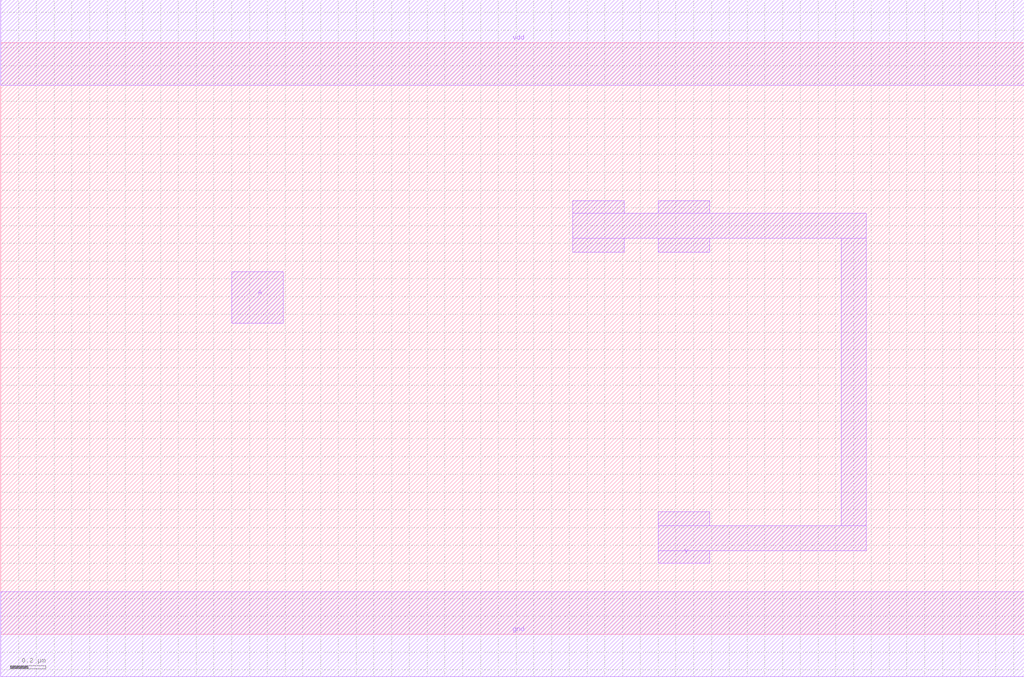
<source format=lef>
VERSION 5.7 ;
  NOWIREEXTENSIONATPIN ON ;
  DIVIDERCHAR "/" ;
  BUSBITCHARS "[]" ;
MACRO BUFX4
  CLASS CORE ;
  FOREIGN BUFX4 ;
  ORIGIN 0.000 0.000 ;
  SIZE 5.760 BY 3.330 ;
  SYMMETRY X Y R90 ;
  SITE unithd ;
  PIN vdd
    DIRECTION INOUT ;
    USE POWER ;
    SHAPE ABUTMENT ;
    PORT
      LAYER met1 ;
        RECT 0.000 3.090 5.760 3.570 ;
    END
  END vdd
  PIN gnd
    DIRECTION INOUT ;
    USE GROUND ;
    SHAPE ABUTMENT ;
    PORT
      LAYER met1 ;
        RECT 0.000 -0.240 5.760 0.240 ;
    END
  END gnd
  PIN Y
    DIRECTION INOUT ;
    USE SIGNAL ;
    SHAPE ABUTMENT ;
    PORT
      LAYER met1 ;
        RECT 3.220 2.370 3.510 2.440 ;
        RECT 3.700 2.370 3.990 2.440 ;
        RECT 3.220 2.230 4.870 2.370 ;
        RECT 3.220 2.150 3.510 2.230 ;
        RECT 3.700 2.150 3.990 2.230 ;
        RECT 3.700 0.610 3.990 0.690 ;
        RECT 4.730 0.610 4.870 2.230 ;
        RECT 3.700 0.470 4.870 0.610 ;
        RECT 3.700 0.400 3.990 0.470 ;
    END
  END Y
  PIN A
    DIRECTION INOUT ;
    USE SIGNAL ;
    SHAPE ABUTMENT ;
    PORT
      LAYER met1 ;
        RECT 1.300 1.750 1.590 2.040 ;
    END
  END A
END BUFX4
END LIBRARY


</source>
